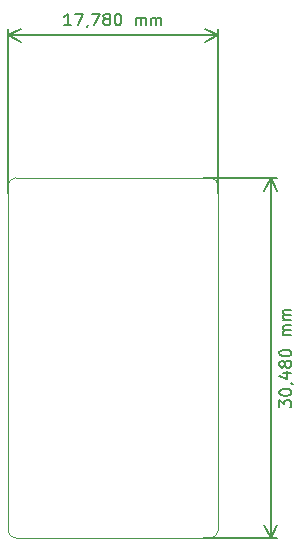
<source format=gbr>
%TF.GenerationSoftware,KiCad,Pcbnew,5.1.5+dfsg1-2~bpo10+1*%
%TF.CreationDate,Date%
%TF.ProjectId,ProMicro_LORA,50726f4d-6963-4726-9f5f-4c4f52412e6b,v1.1*%
%TF.SameCoordinates,Original*%
%TF.FileFunction,OtherDrawing,Comment*%
%FSLAX45Y45*%
G04 Gerber Fmt 4.5, Leading zero omitted, Abs format (unit mm)*
G04 Created by KiCad*
%MOMM*%
%LPD*%
G04 APERTURE LIST*
%ADD10C,0.100000*%
%ADD11C,0.150000*%
G04 APERTURE END LIST*
D10*
X-127000Y2857500D02*
X-127000Y-63500D01*
X1651000Y2857500D02*
X1651000Y-63500D01*
D11*
X2170738Y977952D02*
X2170738Y1039857D01*
X2208833Y1006524D01*
X2208833Y1020810D01*
X2213595Y1030333D01*
X2218357Y1035095D01*
X2227881Y1039857D01*
X2251690Y1039857D01*
X2261214Y1035095D01*
X2265976Y1030333D01*
X2270738Y1020810D01*
X2270738Y992238D01*
X2265976Y982714D01*
X2261214Y977952D01*
X2170738Y1101762D02*
X2170738Y1111286D01*
X2175500Y1120810D01*
X2180262Y1125572D01*
X2189786Y1130333D01*
X2208833Y1135095D01*
X2232643Y1135095D01*
X2251690Y1130333D01*
X2261214Y1125572D01*
X2265976Y1120810D01*
X2270738Y1111286D01*
X2270738Y1101762D01*
X2265976Y1092238D01*
X2261214Y1087476D01*
X2251690Y1082714D01*
X2232643Y1077952D01*
X2208833Y1077952D01*
X2189786Y1082714D01*
X2180262Y1087476D01*
X2175500Y1092238D01*
X2170738Y1101762D01*
X2265976Y1182714D02*
X2270738Y1182714D01*
X2280262Y1177952D01*
X2285024Y1173191D01*
X2204071Y1268429D02*
X2270738Y1268429D01*
X2165976Y1244619D02*
X2237405Y1220810D01*
X2237405Y1282714D01*
X2213595Y1335095D02*
X2208833Y1325572D01*
X2204071Y1320810D01*
X2194548Y1316048D01*
X2189786Y1316048D01*
X2180262Y1320810D01*
X2175500Y1325572D01*
X2170738Y1335095D01*
X2170738Y1354143D01*
X2175500Y1363667D01*
X2180262Y1368429D01*
X2189786Y1373191D01*
X2194548Y1373191D01*
X2204071Y1368429D01*
X2208833Y1363667D01*
X2213595Y1354143D01*
X2213595Y1335095D01*
X2218357Y1325572D01*
X2223119Y1320810D01*
X2232643Y1316048D01*
X2251690Y1316048D01*
X2261214Y1320810D01*
X2265976Y1325572D01*
X2270738Y1335095D01*
X2270738Y1354143D01*
X2265976Y1363667D01*
X2261214Y1368429D01*
X2251690Y1373191D01*
X2232643Y1373191D01*
X2223119Y1368429D01*
X2218357Y1363667D01*
X2213595Y1354143D01*
X2170738Y1435095D02*
X2170738Y1444619D01*
X2175500Y1454143D01*
X2180262Y1458905D01*
X2189786Y1463667D01*
X2208833Y1468429D01*
X2232643Y1468429D01*
X2251690Y1463667D01*
X2261214Y1458905D01*
X2265976Y1454143D01*
X2270738Y1444619D01*
X2270738Y1435095D01*
X2265976Y1425571D01*
X2261214Y1420810D01*
X2251690Y1416048D01*
X2232643Y1411286D01*
X2208833Y1411286D01*
X2189786Y1416048D01*
X2180262Y1420810D01*
X2175500Y1425571D01*
X2170738Y1435095D01*
X2270738Y1587476D02*
X2204071Y1587476D01*
X2213595Y1587476D02*
X2208833Y1592238D01*
X2204071Y1601762D01*
X2204071Y1616048D01*
X2208833Y1625571D01*
X2218357Y1630333D01*
X2270738Y1630333D01*
X2218357Y1630333D02*
X2208833Y1635095D01*
X2204071Y1644619D01*
X2204071Y1658905D01*
X2208833Y1668429D01*
X2218357Y1673190D01*
X2270738Y1673190D01*
X2270738Y1720810D02*
X2204071Y1720810D01*
X2213595Y1720810D02*
X2208833Y1725571D01*
X2204071Y1735095D01*
X2204071Y1749381D01*
X2208833Y1758905D01*
X2218357Y1763667D01*
X2270738Y1763667D01*
X2218357Y1763667D02*
X2208833Y1768429D01*
X2204071Y1777952D01*
X2204071Y1792238D01*
X2208833Y1801762D01*
X2218357Y1806524D01*
X2270738Y1806524D01*
X2095500Y-127000D02*
X2095500Y2921000D01*
X1524000Y-127000D02*
X2154142Y-127000D01*
X1524000Y2921000D02*
X2154142Y2921000D01*
X2095500Y2921000D02*
X2154142Y2808350D01*
X2095500Y2921000D02*
X2036858Y2808350D01*
X2095500Y-127000D02*
X2154142Y-14350D01*
X2095500Y-127000D02*
X2036858Y-14350D01*
X404857Y4212262D02*
X347714Y4212262D01*
X376286Y4212262D02*
X376286Y4312262D01*
X366762Y4297976D01*
X357238Y4288452D01*
X347714Y4283691D01*
X438190Y4312262D02*
X504857Y4312262D01*
X462000Y4212262D01*
X547714Y4217024D02*
X547714Y4212262D01*
X542952Y4202738D01*
X538190Y4197976D01*
X581048Y4312262D02*
X647714Y4312262D01*
X604857Y4212262D01*
X700095Y4269405D02*
X690571Y4274167D01*
X685810Y4278929D01*
X681048Y4288452D01*
X681048Y4293214D01*
X685810Y4302738D01*
X690571Y4307500D01*
X700095Y4312262D01*
X719143Y4312262D01*
X728667Y4307500D01*
X733428Y4302738D01*
X738190Y4293214D01*
X738190Y4288452D01*
X733428Y4278929D01*
X728667Y4274167D01*
X719143Y4269405D01*
X700095Y4269405D01*
X690571Y4264643D01*
X685810Y4259881D01*
X681048Y4250357D01*
X681048Y4231310D01*
X685810Y4221786D01*
X690571Y4217024D01*
X700095Y4212262D01*
X719143Y4212262D01*
X728667Y4217024D01*
X733428Y4221786D01*
X738190Y4231310D01*
X738190Y4250357D01*
X733428Y4259881D01*
X728667Y4264643D01*
X719143Y4269405D01*
X800095Y4312262D02*
X809619Y4312262D01*
X819143Y4307500D01*
X823905Y4302738D01*
X828667Y4293214D01*
X833428Y4274167D01*
X833428Y4250357D01*
X828667Y4231310D01*
X823905Y4221786D01*
X819143Y4217024D01*
X809619Y4212262D01*
X800095Y4212262D01*
X790571Y4217024D01*
X785809Y4221786D01*
X781048Y4231310D01*
X776286Y4250357D01*
X776286Y4274167D01*
X781048Y4293214D01*
X785809Y4302738D01*
X790571Y4307500D01*
X800095Y4312262D01*
X952476Y4212262D02*
X952476Y4278929D01*
X952476Y4269405D02*
X957238Y4274167D01*
X966762Y4278929D01*
X981048Y4278929D01*
X990571Y4274167D01*
X995333Y4264643D01*
X995333Y4212262D01*
X995333Y4264643D02*
X1000095Y4274167D01*
X1009619Y4278929D01*
X1023905Y4278929D01*
X1033428Y4274167D01*
X1038190Y4264643D01*
X1038190Y4212262D01*
X1085810Y4212262D02*
X1085810Y4278929D01*
X1085810Y4269405D02*
X1090571Y4274167D01*
X1100095Y4278929D01*
X1114381Y4278929D01*
X1123905Y4274167D01*
X1128667Y4264643D01*
X1128667Y4212262D01*
X1128667Y4264643D02*
X1133429Y4274167D01*
X1142952Y4278929D01*
X1157238Y4278929D01*
X1166762Y4274167D01*
X1171524Y4264643D01*
X1171524Y4212262D01*
X-127000Y4127500D02*
X1651000Y4127500D01*
X-127000Y2794000D02*
X-127000Y4186142D01*
X1651000Y2794000D02*
X1651000Y4186142D01*
X1651000Y4127500D02*
X1538350Y4068858D01*
X1651000Y4127500D02*
X1538350Y4186142D01*
X-127000Y4127500D02*
X-14350Y4068858D01*
X-127000Y4127500D02*
X-14350Y4186142D01*
D10*
X-127000Y2857500D02*
G75*
G02X-63500Y2921000I63500J0D01*
G01*
X1587500Y2921000D02*
G75*
G02X1651000Y2857500I0J-63500D01*
G01*
X-63500Y2921000D02*
X1587500Y2921000D01*
X1651000Y-63500D02*
G75*
G02X1587500Y-127000I-63500J0D01*
G01*
X-63500Y-127000D02*
G75*
G02X-127000Y-63500I0J63500D01*
G01*
X1587500Y-127000D02*
X-63500Y-127000D01*
X412000Y2920500D02*
X1112000Y2920500D01*
M02*

</source>
